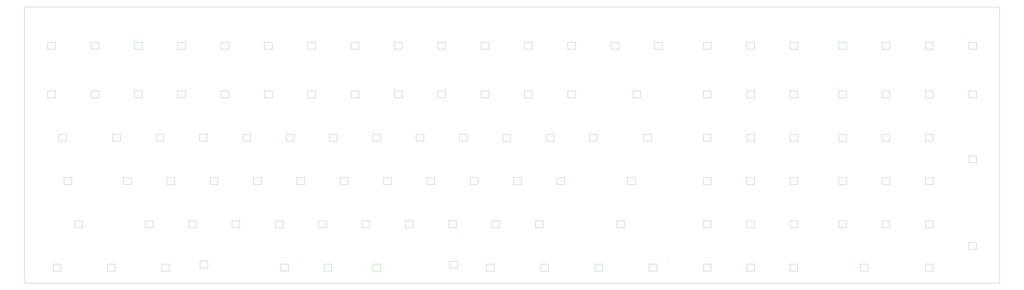
<source format=gm1>
%TF.GenerationSoftware,KiCad,Pcbnew,7.0.2*%
%TF.CreationDate,2023-05-18T15:06:11-05:00*%
%TF.ProjectId,Touch_Keyboard_10x12_Matrix,546f7563-685f-44b6-9579-626f6172645f,rev?*%
%TF.SameCoordinates,Original*%
%TF.FileFunction,Profile,NP*%
%FSLAX46Y46*%
G04 Gerber Fmt 4.6, Leading zero omitted, Abs format (unit mm)*
G04 Created by KiCad (PCBNEW 7.0.2) date 2023-05-18 15:06:11*
%MOMM*%
%LPD*%
G01*
G04 APERTURE LIST*
%TA.AperFunction,Profile*%
%ADD10C,0.050000*%
%TD*%
%TA.AperFunction,Profile*%
%ADD11C,0.120000*%
%TD*%
G04 APERTURE END LIST*
D10*
X87420450Y-34353500D02*
X516045450Y-34353500D01*
X516045450Y-155797250D01*
X87420450Y-155797250D01*
X87420450Y-34353500D01*
D11*
X215326700Y-49839750D02*
X211926700Y-49839750D01*
X215326700Y-52839750D02*
X215326700Y-49839750D01*
X211926700Y-49839750D02*
X211926700Y-52839750D01*
X211926700Y-52839750D02*
X215326700Y-52839750D01*
X427257950Y-71271000D02*
X423857950Y-71271000D01*
X427257950Y-74271000D02*
X427257950Y-71271000D01*
X423857950Y-71271000D02*
X423857950Y-74271000D01*
X423857950Y-74271000D02*
X427257950Y-74271000D01*
X310576700Y-49839750D02*
X307176700Y-49839750D01*
X310576700Y-52839750D02*
X310576700Y-49839750D01*
X307176700Y-49839750D02*
X307176700Y-52839750D01*
X307176700Y-52839750D02*
X310576700Y-52839750D01*
X196276700Y-71271000D02*
X192876700Y-71271000D01*
X196276700Y-74271000D02*
X196276700Y-71271000D01*
X192876700Y-71271000D02*
X192876700Y-74271000D01*
X192876700Y-74271000D02*
X196276700Y-74271000D01*
X201039200Y-128421000D02*
X197639200Y-128421000D01*
X201039200Y-131421000D02*
X201039200Y-128421000D01*
X197639200Y-128421000D02*
X197639200Y-131421000D01*
X197639200Y-131421000D02*
X201039200Y-131421000D01*
X365345450Y-147471000D02*
X361945450Y-147471000D01*
X365345450Y-150471000D02*
X365345450Y-147471000D01*
X361945450Y-147471000D02*
X361945450Y-150471000D01*
X361945450Y-150471000D02*
X365345450Y-150471000D01*
X389157950Y-147471000D02*
X385757950Y-147471000D01*
X389157950Y-150471000D02*
X389157950Y-147471000D01*
X385757950Y-147471000D02*
X385757950Y-150471000D01*
X385757950Y-150471000D02*
X389157950Y-150471000D01*
X505839200Y-137946000D02*
X502439200Y-137946000D01*
X505839200Y-140946000D02*
X505839200Y-137946000D01*
X502439200Y-137946000D02*
X502439200Y-140946000D01*
X502439200Y-140946000D02*
X505839200Y-140946000D01*
X134364200Y-109371000D02*
X130964200Y-109371000D01*
X134364200Y-112371000D02*
X134364200Y-109371000D01*
X130964200Y-109371000D02*
X130964200Y-112371000D01*
X130964200Y-112371000D02*
X134364200Y-112371000D01*
X367726700Y-49839750D02*
X364326700Y-49839750D01*
X367726700Y-52839750D02*
X367726700Y-49839750D01*
X364326700Y-49839750D02*
X364326700Y-52839750D01*
X364326700Y-52839750D02*
X367726700Y-52839750D01*
X301051700Y-90321000D02*
X297651700Y-90321000D01*
X301051700Y-93321000D02*
X301051700Y-90321000D01*
X297651700Y-90321000D02*
X297651700Y-93321000D01*
X297651700Y-93321000D02*
X301051700Y-93321000D01*
X203420450Y-147471000D02*
X200020450Y-147471000D01*
X203420450Y-150471000D02*
X203420450Y-147471000D01*
X200020450Y-147471000D02*
X200020450Y-150471000D01*
X200020450Y-150471000D02*
X203420450Y-150471000D01*
X296289200Y-128421000D02*
X292889200Y-128421000D01*
X296289200Y-131421000D02*
X296289200Y-128421000D01*
X292889200Y-128421000D02*
X292889200Y-131421000D01*
X292889200Y-131421000D02*
X296289200Y-131421000D01*
X467739200Y-90321000D02*
X464339200Y-90321000D01*
X467739200Y-93321000D02*
X467739200Y-90321000D01*
X464339200Y-90321000D02*
X464339200Y-93321000D01*
X464339200Y-93321000D02*
X467739200Y-93321000D01*
X355820450Y-109371000D02*
X352420450Y-109371000D01*
X355820450Y-112371000D02*
X355820450Y-109371000D01*
X352420450Y-109371000D02*
X352420450Y-112371000D01*
X352420450Y-112371000D02*
X355820450Y-112371000D01*
X229614200Y-109371000D02*
X226214200Y-109371000D01*
X229614200Y-112371000D02*
X229614200Y-109371000D01*
X226214200Y-109371000D02*
X226214200Y-112371000D01*
X226214200Y-112371000D02*
X229614200Y-112371000D01*
X167701700Y-90321000D02*
X164301700Y-90321000D01*
X167701700Y-93321000D02*
X167701700Y-90321000D01*
X164301700Y-90321000D02*
X164301700Y-93321000D01*
X164301700Y-93321000D02*
X167701700Y-93321000D01*
X205801700Y-90321000D02*
X202401700Y-90321000D01*
X205801700Y-93321000D02*
X205801700Y-90321000D01*
X202401700Y-90321000D02*
X202401700Y-93321000D01*
X202401700Y-93321000D02*
X205801700Y-93321000D01*
X158176700Y-49839750D02*
X154776700Y-49839750D01*
X158176700Y-52839750D02*
X158176700Y-49839750D01*
X154776700Y-49839750D02*
X154776700Y-52839750D01*
X154776700Y-52839750D02*
X158176700Y-52839750D01*
X186751700Y-90321000D02*
X183351700Y-90321000D01*
X186751700Y-93321000D02*
X186751700Y-90321000D01*
X183351700Y-90321000D02*
X183351700Y-93321000D01*
X183351700Y-93321000D02*
X186751700Y-93321000D01*
X196276700Y-49839750D02*
X192876700Y-49839750D01*
X196276700Y-52839750D02*
X196276700Y-49839750D01*
X192876700Y-49839750D02*
X192876700Y-52839750D01*
X192876700Y-52839750D02*
X196276700Y-52839750D01*
X139126700Y-71271000D02*
X135726700Y-71271000D01*
X139126700Y-74271000D02*
X139126700Y-71271000D01*
X135726700Y-71271000D02*
X135726700Y-74271000D01*
X135726700Y-74271000D02*
X139126700Y-74271000D01*
X448689200Y-90321000D02*
X445289200Y-90321000D01*
X448689200Y-93321000D02*
X448689200Y-90321000D01*
X445289200Y-90321000D02*
X445289200Y-93321000D01*
X445289200Y-93321000D02*
X448689200Y-93321000D01*
X272476700Y-71271000D02*
X269076700Y-71271000D01*
X272476700Y-74271000D02*
X272476700Y-71271000D01*
X269076700Y-71271000D02*
X269076700Y-74271000D01*
X269076700Y-74271000D02*
X272476700Y-74271000D01*
X458214200Y-147471000D02*
X454814200Y-147471000D01*
X458214200Y-150471000D02*
X458214200Y-147471000D01*
X454814200Y-147471000D02*
X454814200Y-150471000D01*
X454814200Y-150471000D02*
X458214200Y-150471000D01*
X293907950Y-147471000D02*
X290507950Y-147471000D01*
X293907950Y-150471000D02*
X293907950Y-147471000D01*
X290507950Y-147471000D02*
X290507950Y-150471000D01*
X290507950Y-150471000D02*
X293907950Y-150471000D01*
X112932950Y-128421000D02*
X109532950Y-128421000D01*
X112932950Y-131421000D02*
X112932950Y-128421000D01*
X109532950Y-128421000D02*
X109532950Y-131421000D01*
X109532950Y-131421000D02*
X112932950Y-131421000D01*
X220089200Y-128421000D02*
X216689200Y-128421000D01*
X220089200Y-131421000D02*
X220089200Y-128421000D01*
X216689200Y-128421000D02*
X216689200Y-131421000D01*
X216689200Y-131421000D02*
X220089200Y-131421000D01*
X262951700Y-90321000D02*
X259551700Y-90321000D01*
X262951700Y-93321000D02*
X262951700Y-90321000D01*
X259551700Y-90321000D02*
X259551700Y-93321000D01*
X259551700Y-93321000D02*
X262951700Y-93321000D01*
X181989200Y-128421000D02*
X178589200Y-128421000D01*
X181989200Y-131421000D02*
X181989200Y-128421000D01*
X178589200Y-128421000D02*
X178589200Y-131421000D01*
X178589200Y-131421000D02*
X181989200Y-131421000D01*
X467739200Y-128421000D02*
X464339200Y-128421000D01*
X467739200Y-131421000D02*
X467739200Y-128421000D01*
X464339200Y-128421000D02*
X464339200Y-131421000D01*
X464339200Y-131421000D02*
X467739200Y-131421000D01*
X389157950Y-109371000D02*
X385757950Y-109371000D01*
X389157950Y-112371000D02*
X389157950Y-109371000D01*
X385757950Y-109371000D02*
X385757950Y-112371000D01*
X385757950Y-112371000D02*
X389157950Y-112371000D01*
X315339200Y-128421000D02*
X311939200Y-128421000D01*
X315339200Y-131421000D02*
X315339200Y-128421000D01*
X311939200Y-128421000D02*
X311939200Y-131421000D01*
X311939200Y-131421000D02*
X315339200Y-131421000D01*
X167933950Y-146093750D02*
X164533950Y-146093750D01*
X167933950Y-149093750D02*
X167933950Y-146093750D01*
X164533950Y-146093750D02*
X164533950Y-149093750D01*
X164533950Y-149093750D02*
X167933950Y-149093750D01*
X177226700Y-49839750D02*
X173826700Y-49839750D01*
X177226700Y-52839750D02*
X177226700Y-49839750D01*
X173826700Y-49839750D02*
X173826700Y-52839750D01*
X173826700Y-52839750D02*
X177226700Y-52839750D01*
X339151700Y-90321000D02*
X335751700Y-90321000D01*
X339151700Y-93321000D02*
X339151700Y-90321000D01*
X335751700Y-90321000D02*
X335751700Y-93321000D01*
X335751700Y-93321000D02*
X339151700Y-93321000D01*
X277239200Y-128421000D02*
X273839200Y-128421000D01*
X277239200Y-131421000D02*
X277239200Y-128421000D01*
X273839200Y-128421000D02*
X273839200Y-131421000D01*
X273839200Y-131421000D02*
X277239200Y-131421000D01*
X215326700Y-71271000D02*
X211926700Y-71271000D01*
X215326700Y-74271000D02*
X215326700Y-71271000D01*
X211926700Y-71271000D02*
X211926700Y-74271000D01*
X211926700Y-74271000D02*
X215326700Y-74271000D01*
X448689200Y-109371000D02*
X445289200Y-109371000D01*
X448689200Y-112371000D02*
X448689200Y-109371000D01*
X445289200Y-109371000D02*
X445289200Y-112371000D01*
X445289200Y-112371000D02*
X448689200Y-112371000D01*
X243901700Y-90321000D02*
X240501700Y-90321000D01*
X243901700Y-93321000D02*
X243901700Y-90321000D01*
X240501700Y-90321000D02*
X240501700Y-93321000D01*
X240501700Y-93321000D02*
X243901700Y-93321000D01*
X358201700Y-71271000D02*
X354801700Y-71271000D01*
X358201700Y-74271000D02*
X358201700Y-71271000D01*
X354801700Y-71271000D02*
X354801700Y-74271000D01*
X354801700Y-74271000D02*
X358201700Y-74271000D01*
X427257950Y-109371000D02*
X423857950Y-109371000D01*
X427257950Y-112371000D02*
X427257950Y-109371000D01*
X423857950Y-109371000D02*
X423857950Y-112371000D01*
X423857950Y-112371000D02*
X427257950Y-112371000D01*
X222470450Y-147471000D02*
X219070450Y-147471000D01*
X222470450Y-150471000D02*
X222470450Y-147471000D01*
X219070450Y-147471000D02*
X219070450Y-150471000D01*
X219070450Y-150471000D02*
X222470450Y-150471000D01*
X108170450Y-109371000D02*
X104770450Y-109371000D01*
X108170450Y-112371000D02*
X108170450Y-109371000D01*
X104770450Y-109371000D02*
X104770450Y-112371000D01*
X104770450Y-112371000D02*
X108170450Y-112371000D01*
X448689200Y-128421000D02*
X445289200Y-128421000D01*
X448689200Y-131421000D02*
X448689200Y-128421000D01*
X445289200Y-128421000D02*
X445289200Y-131421000D01*
X445289200Y-131421000D02*
X448689200Y-131421000D01*
X324864200Y-109371000D02*
X321464200Y-109371000D01*
X324864200Y-112371000D02*
X324864200Y-109371000D01*
X321464200Y-109371000D02*
X321464200Y-112371000D01*
X321464200Y-112371000D02*
X324864200Y-112371000D01*
X505839200Y-71271000D02*
X502439200Y-71271000D01*
X505839200Y-74271000D02*
X505839200Y-71271000D01*
X502439200Y-71271000D02*
X502439200Y-74271000D01*
X502439200Y-74271000D02*
X505839200Y-74271000D01*
X505839200Y-49839750D02*
X502439200Y-49839750D01*
X505839200Y-52839750D02*
X505839200Y-49839750D01*
X502439200Y-49839750D02*
X502439200Y-52839750D01*
X502439200Y-52839750D02*
X505839200Y-52839750D01*
X389157950Y-128421000D02*
X385757950Y-128421000D01*
X389157950Y-131421000D02*
X389157950Y-128421000D01*
X385757950Y-128421000D02*
X385757950Y-131421000D01*
X385757950Y-131421000D02*
X389157950Y-131421000D01*
X101026700Y-49839750D02*
X97626700Y-49839750D01*
X101026700Y-52839750D02*
X101026700Y-49839750D01*
X97626700Y-49839750D02*
X97626700Y-52839750D01*
X97626700Y-52839750D02*
X101026700Y-52839750D01*
X486789200Y-49839750D02*
X483389200Y-49839750D01*
X486789200Y-52839750D02*
X486789200Y-49839750D01*
X483389200Y-49839750D02*
X483389200Y-52839750D01*
X483389200Y-52839750D02*
X486789200Y-52839750D01*
X127220450Y-147471000D02*
X123820450Y-147471000D01*
X127220450Y-150471000D02*
X127220450Y-147471000D01*
X123820450Y-147471000D02*
X123820450Y-150471000D01*
X123820450Y-150471000D02*
X127220450Y-150471000D01*
X389157950Y-71271000D02*
X385757950Y-71271000D01*
X389157950Y-74271000D02*
X389157950Y-71271000D01*
X385757950Y-71271000D02*
X385757950Y-74271000D01*
X385757950Y-74271000D02*
X389157950Y-74271000D01*
X427257950Y-90321000D02*
X423857950Y-90321000D01*
X427257950Y-93321000D02*
X427257950Y-90321000D01*
X423857950Y-90321000D02*
X423857950Y-93321000D01*
X423857950Y-93321000D02*
X427257950Y-93321000D01*
X172464200Y-109371000D02*
X169064200Y-109371000D01*
X172464200Y-112371000D02*
X172464200Y-109371000D01*
X169064200Y-109371000D02*
X169064200Y-112371000D01*
X169064200Y-112371000D02*
X172464200Y-112371000D01*
X239139200Y-128421000D02*
X235739200Y-128421000D01*
X239139200Y-131421000D02*
X239139200Y-128421000D01*
X235739200Y-128421000D02*
X235739200Y-131421000D01*
X235739200Y-131421000D02*
X239139200Y-131421000D01*
X486789200Y-147471000D02*
X483389200Y-147471000D01*
X486789200Y-150471000D02*
X486789200Y-147471000D01*
X483389200Y-147471000D02*
X483389200Y-150471000D01*
X483389200Y-150471000D02*
X486789200Y-150471000D01*
X341532950Y-147471000D02*
X338132950Y-147471000D01*
X341532950Y-150471000D02*
X341532950Y-147471000D01*
X338132950Y-147471000D02*
X338132950Y-150471000D01*
X338132950Y-150471000D02*
X341532950Y-150471000D01*
X351057950Y-128421000D02*
X347657950Y-128421000D01*
X351057950Y-131421000D02*
X351057950Y-128421000D01*
X347657950Y-128421000D02*
X347657950Y-131421000D01*
X347657950Y-131421000D02*
X351057950Y-131421000D01*
X329626700Y-49839750D02*
X326226700Y-49839750D01*
X329626700Y-52839750D02*
X329626700Y-49839750D01*
X326226700Y-49839750D02*
X326226700Y-52839750D01*
X326226700Y-52839750D02*
X329626700Y-52839750D01*
X103407950Y-147471000D02*
X100007950Y-147471000D01*
X103407950Y-150471000D02*
X103407950Y-147471000D01*
X100007950Y-147471000D02*
X100007950Y-150471000D01*
X100007950Y-150471000D02*
X103407950Y-150471000D01*
X486789200Y-90321000D02*
X483389200Y-90321000D01*
X486789200Y-93321000D02*
X486789200Y-90321000D01*
X483389200Y-90321000D02*
X483389200Y-93321000D01*
X483389200Y-93321000D02*
X486789200Y-93321000D01*
X153414200Y-109371000D02*
X150014200Y-109371000D01*
X153414200Y-112371000D02*
X153414200Y-109371000D01*
X150014200Y-109371000D02*
X150014200Y-112371000D01*
X150014200Y-112371000D02*
X153414200Y-112371000D01*
X272457650Y-49839750D02*
X269057650Y-49839750D01*
X272457650Y-52839750D02*
X272457650Y-49839750D01*
X269057650Y-49839750D02*
X269057650Y-52839750D01*
X269057650Y-52839750D02*
X272457650Y-52839750D01*
X120076700Y-49839750D02*
X116676700Y-49839750D01*
X120076700Y-52839750D02*
X120076700Y-49839750D01*
X116676700Y-49839750D02*
X116676700Y-52839750D01*
X116676700Y-52839750D02*
X120076700Y-52839750D01*
X408207950Y-147471000D02*
X404807950Y-147471000D01*
X408207950Y-150471000D02*
X408207950Y-147471000D01*
X404807950Y-147471000D02*
X404807950Y-150471000D01*
X404807950Y-150471000D02*
X408207950Y-150471000D01*
X120076700Y-71271000D02*
X116676700Y-71271000D01*
X120076700Y-74271000D02*
X120076700Y-71271000D01*
X116676700Y-71271000D02*
X116676700Y-74271000D01*
X116676700Y-74271000D02*
X120076700Y-74271000D01*
X139126700Y-49839750D02*
X135726700Y-49839750D01*
X139126700Y-52839750D02*
X139126700Y-49839750D01*
X135726700Y-49839750D02*
X135726700Y-52839750D01*
X135726700Y-52839750D02*
X139126700Y-52839750D01*
X486789200Y-109371000D02*
X483389200Y-109371000D01*
X486789200Y-112371000D02*
X486789200Y-109371000D01*
X483389200Y-109371000D02*
X483389200Y-112371000D01*
X483389200Y-112371000D02*
X486789200Y-112371000D01*
X258189200Y-128421000D02*
X254789200Y-128421000D01*
X258189200Y-131421000D02*
X258189200Y-128421000D01*
X254789200Y-128421000D02*
X254789200Y-131421000D01*
X254789200Y-131421000D02*
X258189200Y-131421000D01*
X191514200Y-109371000D02*
X188114200Y-109371000D01*
X191514200Y-112371000D02*
X191514200Y-109371000D01*
X188114200Y-109371000D02*
X188114200Y-112371000D01*
X188114200Y-112371000D02*
X191514200Y-112371000D01*
X105789200Y-90321000D02*
X102389200Y-90321000D01*
X105789200Y-93321000D02*
X105789200Y-90321000D01*
X102389200Y-90321000D02*
X102389200Y-93321000D01*
X102389200Y-93321000D02*
X105789200Y-93321000D01*
X467739200Y-49839750D02*
X464339200Y-49839750D01*
X467739200Y-52839750D02*
X467739200Y-49839750D01*
X464339200Y-49839750D02*
X464339200Y-52839750D01*
X464339200Y-52839750D02*
X467739200Y-52839750D01*
X253426700Y-71271000D02*
X250026700Y-71271000D01*
X253426700Y-74271000D02*
X253426700Y-71271000D01*
X250026700Y-71271000D02*
X250026700Y-74271000D01*
X250026700Y-74271000D02*
X253426700Y-74271000D01*
X467739200Y-71271000D02*
X464339200Y-71271000D01*
X467739200Y-74271000D02*
X467739200Y-71271000D01*
X464339200Y-71271000D02*
X464339200Y-74271000D01*
X464339200Y-74271000D02*
X467739200Y-74271000D01*
X210564200Y-109371000D02*
X207164200Y-109371000D01*
X210564200Y-112371000D02*
X210564200Y-109371000D01*
X207164200Y-109371000D02*
X207164200Y-112371000D01*
X207164200Y-112371000D02*
X210564200Y-112371000D01*
X277788950Y-146220750D02*
X274388950Y-146220750D01*
X277788950Y-149220750D02*
X277788950Y-146220750D01*
X274388950Y-146220750D02*
X274388950Y-149220750D01*
X274388950Y-149220750D02*
X277788950Y-149220750D01*
X448689200Y-49839750D02*
X445289200Y-49839750D01*
X448689200Y-52839750D02*
X448689200Y-49839750D01*
X445289200Y-49839750D02*
X445289200Y-52839750D01*
X445289200Y-52839750D02*
X448689200Y-52839750D01*
X408207950Y-90321000D02*
X404807950Y-90321000D01*
X408207950Y-93321000D02*
X408207950Y-90321000D01*
X404807950Y-90321000D02*
X404807950Y-93321000D01*
X404807950Y-93321000D02*
X408207950Y-93321000D01*
X234376700Y-49839750D02*
X230976700Y-49839750D01*
X234376700Y-52839750D02*
X234376700Y-49839750D01*
X230976700Y-49839750D02*
X230976700Y-52839750D01*
X230976700Y-52839750D02*
X234376700Y-52839750D01*
X408207950Y-109371000D02*
X404807950Y-109371000D01*
X408207950Y-112371000D02*
X408207950Y-109371000D01*
X404807950Y-109371000D02*
X404807950Y-112371000D01*
X404807950Y-112371000D02*
X408207950Y-112371000D01*
X243901700Y-147471000D02*
X240501700Y-147471000D01*
X243901700Y-150471000D02*
X243901700Y-147471000D01*
X240501700Y-147471000D02*
X240501700Y-150471000D01*
X240501700Y-150471000D02*
X243901700Y-150471000D01*
X486789200Y-71271000D02*
X483389200Y-71271000D01*
X486789200Y-74271000D02*
X486789200Y-71271000D01*
X483389200Y-71271000D02*
X483389200Y-74271000D01*
X483389200Y-74271000D02*
X486789200Y-74271000D01*
X148651700Y-90321000D02*
X145251700Y-90321000D01*
X148651700Y-93321000D02*
X148651700Y-90321000D01*
X145251700Y-90321000D02*
X145251700Y-93321000D01*
X145251700Y-93321000D02*
X148651700Y-93321000D01*
X362964200Y-90321000D02*
X359564200Y-90321000D01*
X362964200Y-93321000D02*
X362964200Y-90321000D01*
X359564200Y-90321000D02*
X359564200Y-93321000D01*
X359564200Y-93321000D02*
X362964200Y-93321000D01*
X224851700Y-90321000D02*
X221451700Y-90321000D01*
X224851700Y-93321000D02*
X224851700Y-90321000D01*
X221451700Y-90321000D02*
X221451700Y-93321000D01*
X221451700Y-93321000D02*
X224851700Y-93321000D01*
X467739200Y-109371000D02*
X464339200Y-109371000D01*
X467739200Y-112371000D02*
X467739200Y-109371000D01*
X464339200Y-109371000D02*
X464339200Y-112371000D01*
X464339200Y-112371000D02*
X467739200Y-112371000D01*
X448689200Y-71271000D02*
X445289200Y-71271000D01*
X448689200Y-74271000D02*
X448689200Y-71271000D01*
X445289200Y-71271000D02*
X445289200Y-74271000D01*
X445289200Y-74271000D02*
X448689200Y-74271000D01*
X129601700Y-90321000D02*
X126201700Y-90321000D01*
X129601700Y-93321000D02*
X129601700Y-90321000D01*
X126201700Y-90321000D02*
X126201700Y-93321000D01*
X126201700Y-93321000D02*
X129601700Y-93321000D01*
X248664200Y-109371000D02*
X245264200Y-109371000D01*
X248664200Y-112371000D02*
X248664200Y-109371000D01*
X245264200Y-109371000D02*
X245264200Y-112371000D01*
X245264200Y-112371000D02*
X248664200Y-112371000D01*
X305814200Y-109371000D02*
X302414200Y-109371000D01*
X305814200Y-112371000D02*
X305814200Y-109371000D01*
X302414200Y-109371000D02*
X302414200Y-112371000D01*
X302414200Y-112371000D02*
X305814200Y-112371000D01*
X408207950Y-71271000D02*
X404807950Y-71271000D01*
X408207950Y-74271000D02*
X408207950Y-71271000D01*
X404807950Y-71271000D02*
X404807950Y-74271000D01*
X404807950Y-74271000D02*
X408207950Y-74271000D01*
X291526700Y-71271000D02*
X288126700Y-71271000D01*
X291526700Y-74271000D02*
X291526700Y-71271000D01*
X288126700Y-71271000D02*
X288126700Y-74271000D01*
X288126700Y-74271000D02*
X291526700Y-74271000D01*
X389157950Y-90321000D02*
X385757950Y-90321000D01*
X389157950Y-93321000D02*
X389157950Y-90321000D01*
X385757950Y-90321000D02*
X385757950Y-93321000D01*
X385757950Y-93321000D02*
X389157950Y-93321000D01*
X158176700Y-71271000D02*
X154776700Y-71271000D01*
X158176700Y-74271000D02*
X158176700Y-71271000D01*
X154776700Y-71271000D02*
X154776700Y-74271000D01*
X154776700Y-74271000D02*
X158176700Y-74271000D01*
X408207950Y-49839750D02*
X404807950Y-49839750D01*
X408207950Y-52839750D02*
X408207950Y-49839750D01*
X404807950Y-49839750D02*
X404807950Y-52839750D01*
X404807950Y-52839750D02*
X408207950Y-52839750D01*
X282001700Y-90321000D02*
X278601700Y-90321000D01*
X282001700Y-93321000D02*
X282001700Y-90321000D01*
X278601700Y-90321000D02*
X278601700Y-93321000D01*
X278601700Y-93321000D02*
X282001700Y-93321000D01*
X317720450Y-147471000D02*
X314320450Y-147471000D01*
X317720450Y-150471000D02*
X317720450Y-147471000D01*
X314320450Y-147471000D02*
X314320450Y-150471000D01*
X314320450Y-150471000D02*
X317720450Y-150471000D01*
X427257950Y-147471000D02*
X423857950Y-147471000D01*
X427257950Y-150471000D02*
X427257950Y-147471000D01*
X423857950Y-147471000D02*
X423857950Y-150471000D01*
X423857950Y-150471000D02*
X427257950Y-150471000D01*
X143889200Y-128421000D02*
X140489200Y-128421000D01*
X143889200Y-131421000D02*
X143889200Y-128421000D01*
X140489200Y-128421000D02*
X140489200Y-131421000D01*
X140489200Y-131421000D02*
X143889200Y-131421000D01*
X162939200Y-128421000D02*
X159539200Y-128421000D01*
X162939200Y-131421000D02*
X162939200Y-128421000D01*
X159539200Y-128421000D02*
X159539200Y-131421000D01*
X159539200Y-131421000D02*
X162939200Y-131421000D01*
X253426700Y-49839750D02*
X250026700Y-49839750D01*
X253426700Y-52839750D02*
X253426700Y-49839750D01*
X250026700Y-49839750D02*
X250026700Y-52839750D01*
X250026700Y-52839750D02*
X253426700Y-52839750D01*
X151032950Y-147471000D02*
X147632950Y-147471000D01*
X151032950Y-150471000D02*
X151032950Y-147471000D01*
X147632950Y-147471000D02*
X147632950Y-150471000D01*
X147632950Y-150471000D02*
X151032950Y-150471000D01*
X101026700Y-71271000D02*
X97626700Y-71271000D01*
X101026700Y-74271000D02*
X101026700Y-71271000D01*
X97626700Y-71271000D02*
X97626700Y-74271000D01*
X97626700Y-74271000D02*
X101026700Y-74271000D01*
X389157950Y-49839750D02*
X385757950Y-49839750D01*
X389157950Y-52839750D02*
X389157950Y-49839750D01*
X385757950Y-49839750D02*
X385757950Y-52839750D01*
X385757950Y-52839750D02*
X389157950Y-52839750D01*
X320101700Y-90321000D02*
X316701700Y-90321000D01*
X320101700Y-93321000D02*
X320101700Y-90321000D01*
X316701700Y-90321000D02*
X316701700Y-93321000D01*
X316701700Y-93321000D02*
X320101700Y-93321000D01*
X348676700Y-49839750D02*
X345276700Y-49839750D01*
X348676700Y-52839750D02*
X348676700Y-49839750D01*
X345276700Y-49839750D02*
X345276700Y-52839750D01*
X345276700Y-52839750D02*
X348676700Y-52839750D01*
X234376700Y-71271000D02*
X230976700Y-71271000D01*
X234376700Y-74271000D02*
X234376700Y-71271000D01*
X230976700Y-71271000D02*
X230976700Y-74271000D01*
X230976700Y-74271000D02*
X234376700Y-74271000D01*
X427257950Y-49839750D02*
X423857950Y-49839750D01*
X427257950Y-52839750D02*
X427257950Y-49839750D01*
X423857950Y-49839750D02*
X423857950Y-52839750D01*
X423857950Y-52839750D02*
X427257950Y-52839750D01*
X310576700Y-71271000D02*
X307176700Y-71271000D01*
X310576700Y-74271000D02*
X310576700Y-71271000D01*
X307176700Y-71271000D02*
X307176700Y-74271000D01*
X307176700Y-74271000D02*
X310576700Y-74271000D01*
X291526700Y-49839750D02*
X288126700Y-49839750D01*
X291526700Y-52839750D02*
X291526700Y-49839750D01*
X288126700Y-49839750D02*
X288126700Y-52839750D01*
X288126700Y-52839750D02*
X291526700Y-52839750D01*
X505839200Y-99846000D02*
X502439200Y-99846000D01*
X505839200Y-102846000D02*
X505839200Y-99846000D01*
X502439200Y-99846000D02*
X502439200Y-102846000D01*
X502439200Y-102846000D02*
X505839200Y-102846000D01*
X286764200Y-109371000D02*
X283364200Y-109371000D01*
X286764200Y-112371000D02*
X286764200Y-109371000D01*
X283364200Y-109371000D02*
X283364200Y-112371000D01*
X283364200Y-112371000D02*
X286764200Y-112371000D01*
X408207950Y-128421000D02*
X404807950Y-128421000D01*
X408207950Y-131421000D02*
X408207950Y-128421000D01*
X404807950Y-128421000D02*
X404807950Y-131421000D01*
X404807950Y-131421000D02*
X408207950Y-131421000D01*
X329626700Y-71271000D02*
X326226700Y-71271000D01*
X329626700Y-74271000D02*
X329626700Y-71271000D01*
X326226700Y-71271000D02*
X326226700Y-74271000D01*
X326226700Y-74271000D02*
X329626700Y-74271000D01*
X427257950Y-128421000D02*
X423857950Y-128421000D01*
X427257950Y-131421000D02*
X427257950Y-128421000D01*
X423857950Y-128421000D02*
X423857950Y-131421000D01*
X423857950Y-131421000D02*
X427257950Y-131421000D01*
X267714200Y-109371000D02*
X264314200Y-109371000D01*
X267714200Y-112371000D02*
X267714200Y-109371000D01*
X264314200Y-109371000D02*
X264314200Y-112371000D01*
X264314200Y-112371000D02*
X267714200Y-112371000D01*
X486789200Y-128421000D02*
X483389200Y-128421000D01*
X486789200Y-131421000D02*
X486789200Y-128421000D01*
X483389200Y-128421000D02*
X483389200Y-131421000D01*
X483389200Y-131421000D02*
X486789200Y-131421000D01*
X177226700Y-71271000D02*
X173826700Y-71271000D01*
X177226700Y-74271000D02*
X177226700Y-71271000D01*
X173826700Y-71271000D02*
X173826700Y-74271000D01*
X173826700Y-74271000D02*
X177226700Y-74271000D01*
M02*

</source>
